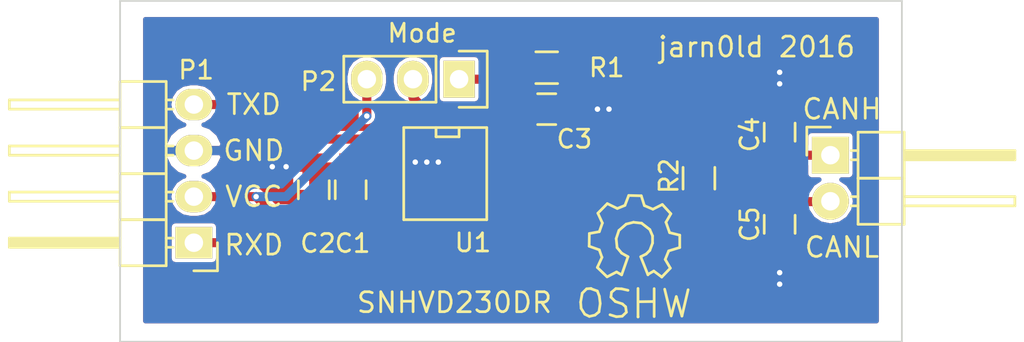
<source format=kicad_pcb>
(kicad_pcb (version 4) (host pcbnew 4.0.1-3.201512221402+6198~38~ubuntu14.04.1-stable)

  (general
    (links 22)
    (no_connects 0)
    (area 132.029999 95.072999 175.183001 113.969001)
    (thickness 1.6)
    (drawings 13)
    (tracks 62)
    (zones 0)
    (modules 12)
    (nets 10)
  )

  (page A4)
  (layers
    (0 F.Cu signal)
    (31 B.Cu signal hide)
    (32 B.Adhes user)
    (33 F.Adhes user)
    (34 B.Paste user)
    (35 F.Paste user)
    (36 B.SilkS user)
    (37 F.SilkS user)
    (38 B.Mask user)
    (39 F.Mask user)
    (40 Dwgs.User user)
    (41 Cmts.User user)
    (42 Eco1.User user)
    (43 Eco2.User user)
    (44 Edge.Cuts user)
    (45 Margin user)
    (46 B.CrtYd user)
    (47 F.CrtYd user)
    (48 B.Fab user)
    (49 F.Fab user)
  )

  (setup
    (last_trace_width 0.5)
    (trace_clearance 0.2)
    (zone_clearance 0.2)
    (zone_45_only no)
    (trace_min 0.18)
    (segment_width 0.2)
    (edge_width 0.1)
    (via_size 0.5)
    (via_drill 0.3)
    (via_min_size 0.06)
    (via_min_drill 0.03302)
    (uvia_size 0.3)
    (uvia_drill 0.1)
    (uvias_allowed no)
    (uvia_min_size 0)
    (uvia_min_drill 0)
    (pcb_text_width 0.3)
    (pcb_text_size 1.5 1.5)
    (mod_edge_width 0.15)
    (mod_text_size 1 1)
    (mod_text_width 0.15)
    (pad_size 1.5 1.5)
    (pad_drill 0.6)
    (pad_to_mask_clearance 0)
    (aux_axis_origin 109.982 118.364)
    (visible_elements FFFFFF7F)
    (pcbplotparams
      (layerselection 0x010f0_80000001)
      (usegerberextensions false)
      (excludeedgelayer true)
      (linewidth 0.100000)
      (plotframeref false)
      (viasonmask false)
      (mode 1)
      (useauxorigin false)
      (hpglpennumber 1)
      (hpglpenspeed 20)
      (hpglpendiameter 15)
      (hpglpenoverlay 2)
      (psnegative false)
      (psa4output false)
      (plotreference true)
      (plotvalue true)
      (plotinvisibletext false)
      (padsonsilk false)
      (subtractmaskfromsilk false)
      (outputformat 1)
      (mirror false)
      (drillshape 0)
      (scaleselection 1)
      (outputdirectory gerber/))
  )

  (net 0 "")
  (net 1 GND)
  (net 2 VCC)
  (net 3 "Net-(C3-Pad2)")
  (net 4 RXD)
  (net 5 TXD)
  (net 6 "Net-(P2-Pad2)")
  (net 7 "Net-(U1-Pad5)")
  (net 8 /CAN+)
  (net 9 /CAN-)

  (net_class Default "This is the default net class."
    (clearance 0.2)
    (trace_width 0.5)
    (via_dia 0.5)
    (via_drill 0.3)
    (uvia_dia 0.3)
    (uvia_drill 0.1)
    (add_net /CAN+)
    (add_net /CAN-)
    (add_net GND)
    (add_net "Net-(C3-Pad2)")
    (add_net "Net-(P2-Pad2)")
    (add_net "Net-(U1-Pad5)")
    (add_net RXD)
    (add_net TXD)
    (add_net VCC)
  )

  (module Capacitors_SMD:C_0805_HandSoldering (layer F.Cu) (tedit 56A21E20) (tstamp 569FBF00)
    (at 144.78 105.537 270)
    (descr "Capacitor SMD 0805, hand soldering")
    (tags "capacitor 0805")
    (path /569E3D08)
    (attr smd)
    (fp_text reference C1 (at 2.955496 -0.103722 360) (layer F.SilkS)
      (effects (font (size 1 1) (thickness 0.15)))
    )
    (fp_text value 100n (at 0 2.1 270) (layer F.Fab) hide
      (effects (font (size 1 1) (thickness 0.15)))
    )
    (fp_line (start -2.3 -1) (end 2.3 -1) (layer F.CrtYd) (width 0.05))
    (fp_line (start -2.3 1) (end 2.3 1) (layer F.CrtYd) (width 0.05))
    (fp_line (start -2.3 -1) (end -2.3 1) (layer F.CrtYd) (width 0.05))
    (fp_line (start 2.3 -1) (end 2.3 1) (layer F.CrtYd) (width 0.05))
    (fp_line (start 0.5 -0.85) (end -0.5 -0.85) (layer F.SilkS) (width 0.15))
    (fp_line (start -0.5 0.85) (end 0.5 0.85) (layer F.SilkS) (width 0.15))
    (pad 1 smd rect (at -1.25 0 270) (size 1.5 1.25) (layers F.Cu F.Paste F.Mask)
      (net 1 GND))
    (pad 2 smd rect (at 1.25 0 270) (size 1.5 1.25) (layers F.Cu F.Paste F.Mask)
      (net 2 VCC))
    (model Capacitors_SMD.3dshapes/C_0805_HandSoldering.wrl
      (at (xyz 0 0 0))
      (scale (xyz 1 1 1))
      (rotate (xyz 0 0 0))
    )
  )

  (module Capacitors_SMD:C_0805_HandSoldering (layer F.Cu) (tedit 56A0C811) (tstamp 569FBF30)
    (at 168.402 107.442 90)
    (descr "Capacitor SMD 0805, hand soldering")
    (tags "capacitor 0805")
    (path /569E4137)
    (attr smd)
    (fp_text reference C5 (at 0 -1.651 90) (layer F.SilkS)
      (effects (font (size 1 1) (thickness 0.15)))
    )
    (fp_text value C (at 0 2.1 90) (layer F.Fab)
      (effects (font (size 1 1) (thickness 0.15)))
    )
    (fp_line (start -2.3 -1) (end 2.3 -1) (layer F.CrtYd) (width 0.05))
    (fp_line (start -2.3 1) (end 2.3 1) (layer F.CrtYd) (width 0.05))
    (fp_line (start -2.3 -1) (end -2.3 1) (layer F.CrtYd) (width 0.05))
    (fp_line (start 2.3 -1) (end 2.3 1) (layer F.CrtYd) (width 0.05))
    (fp_line (start 0.5 -0.85) (end -0.5 -0.85) (layer F.SilkS) (width 0.15))
    (fp_line (start -0.5 0.85) (end 0.5 0.85) (layer F.SilkS) (width 0.15))
    (pad 1 smd rect (at -1.25 0 90) (size 1.5 1.25) (layers F.Cu F.Paste F.Mask)
      (net 1 GND))
    (pad 2 smd rect (at 1.25 0 90) (size 1.5 1.25) (layers F.Cu F.Paste F.Mask)
      (net 9 /CAN-))
    (model Capacitors_SMD.3dshapes/C_0805_HandSoldering.wrl
      (at (xyz 0 0 0))
      (scale (xyz 1 1 1))
      (rotate (xyz 0 0 0))
    )
  )

  (module Capacitors_SMD:C_0805_HandSoldering (layer F.Cu) (tedit 56A0C80E) (tstamp 569FBF24)
    (at 168.402 102.362 90)
    (descr "Capacitor SMD 0805, hand soldering")
    (tags "capacitor 0805")
    (path /569E41BC)
    (attr smd)
    (fp_text reference C4 (at -0.127 -1.651 90) (layer F.SilkS)
      (effects (font (size 1 1) (thickness 0.15)))
    )
    (fp_text value C (at 0 2.1 90) (layer F.Fab)
      (effects (font (size 1 1) (thickness 0.15)))
    )
    (fp_line (start -2.3 -1) (end 2.3 -1) (layer F.CrtYd) (width 0.05))
    (fp_line (start -2.3 1) (end 2.3 1) (layer F.CrtYd) (width 0.05))
    (fp_line (start -2.3 -1) (end -2.3 1) (layer F.CrtYd) (width 0.05))
    (fp_line (start 2.3 -1) (end 2.3 1) (layer F.CrtYd) (width 0.05))
    (fp_line (start 0.5 -0.85) (end -0.5 -0.85) (layer F.SilkS) (width 0.15))
    (fp_line (start -0.5 0.85) (end 0.5 0.85) (layer F.SilkS) (width 0.15))
    (pad 1 smd rect (at -1.25 0 90) (size 1.5 1.25) (layers F.Cu F.Paste F.Mask)
      (net 8 /CAN+))
    (pad 2 smd rect (at 1.25 0 90) (size 1.5 1.25) (layers F.Cu F.Paste F.Mask)
      (net 1 GND))
    (model Capacitors_SMD.3dshapes/C_0805_HandSoldering.wrl
      (at (xyz 0 0 0))
      (scale (xyz 1 1 1))
      (rotate (xyz 0 0 0))
    )
  )

  (module Pin_Headers:Pin_Header_Angled_1x02 (layer F.Cu) (tedit 56A21E15) (tstamp 569FBF9C)
    (at 171.196 103.632)
    (descr "Through hole pin header")
    (tags "pin header")
    (path /569E354A)
    (fp_text reference P3 (at 2.032 1.27 90) (layer F.SilkS) hide
      (effects (font (size 1 1) (thickness 0.15)))
    )
    (fp_text value CONN_01X02 (at 0 -3.1) (layer F.Fab) hide
      (effects (font (size 1 1) (thickness 0.15)))
    )
    (fp_line (start -1.5 -1.75) (end -1.5 4.3) (layer F.CrtYd) (width 0.05))
    (fp_line (start 10.65 -1.75) (end 10.65 4.3) (layer F.CrtYd) (width 0.05))
    (fp_line (start -1.5 -1.75) (end 10.65 -1.75) (layer F.CrtYd) (width 0.05))
    (fp_line (start -1.5 4.3) (end 10.65 4.3) (layer F.CrtYd) (width 0.05))
    (fp_line (start -1.3 -1.55) (end -1.3 0) (layer F.SilkS) (width 0.15))
    (fp_line (start 0 -1.55) (end -1.3 -1.55) (layer F.SilkS) (width 0.15))
    (fp_line (start 4.191 -0.127) (end 10.033 -0.127) (layer F.SilkS) (width 0.15))
    (fp_line (start 10.033 -0.127) (end 10.033 0.127) (layer F.SilkS) (width 0.15))
    (fp_line (start 10.033 0.127) (end 4.191 0.127) (layer F.SilkS) (width 0.15))
    (fp_line (start 4.191 0.127) (end 4.191 0) (layer F.SilkS) (width 0.15))
    (fp_line (start 4.191 0) (end 10.033 0) (layer F.SilkS) (width 0.15))
    (fp_line (start 1.524 -0.254) (end 1.143 -0.254) (layer F.SilkS) (width 0.15))
    (fp_line (start 1.524 0.254) (end 1.143 0.254) (layer F.SilkS) (width 0.15))
    (fp_line (start 1.524 2.286) (end 1.143 2.286) (layer F.SilkS) (width 0.15))
    (fp_line (start 1.524 2.794) (end 1.143 2.794) (layer F.SilkS) (width 0.15))
    (fp_line (start 1.524 -1.27) (end 4.064 -1.27) (layer F.SilkS) (width 0.15))
    (fp_line (start 1.524 1.27) (end 4.064 1.27) (layer F.SilkS) (width 0.15))
    (fp_line (start 1.524 1.27) (end 1.524 3.81) (layer F.SilkS) (width 0.15))
    (fp_line (start 1.524 3.81) (end 4.064 3.81) (layer F.SilkS) (width 0.15))
    (fp_line (start 4.064 2.286) (end 10.16 2.286) (layer F.SilkS) (width 0.15))
    (fp_line (start 10.16 2.286) (end 10.16 2.794) (layer F.SilkS) (width 0.15))
    (fp_line (start 10.16 2.794) (end 4.064 2.794) (layer F.SilkS) (width 0.15))
    (fp_line (start 4.064 3.81) (end 4.064 1.27) (layer F.SilkS) (width 0.15))
    (fp_line (start 4.064 1.27) (end 4.064 -1.27) (layer F.SilkS) (width 0.15))
    (fp_line (start 10.16 0.254) (end 4.064 0.254) (layer F.SilkS) (width 0.15))
    (fp_line (start 10.16 -0.254) (end 10.16 0.254) (layer F.SilkS) (width 0.15))
    (fp_line (start 4.064 -0.254) (end 10.16 -0.254) (layer F.SilkS) (width 0.15))
    (fp_line (start 1.524 1.27) (end 4.064 1.27) (layer F.SilkS) (width 0.15))
    (fp_line (start 1.524 -1.27) (end 1.524 1.27) (layer F.SilkS) (width 0.15))
    (pad 1 thru_hole rect (at 0 0) (size 2.032 2.032) (drill 1.016) (layers *.Cu *.Mask F.SilkS)
      (net 8 /CAN+))
    (pad 2 thru_hole oval (at 0 2.54) (size 2.032 2.032) (drill 1.016) (layers *.Cu *.Mask F.SilkS)
      (net 9 /CAN-))
    (model Pin_Headers.3dshapes/Pin_Header_Angled_1x02.wrl
      (at (xyz 0 -0.05 0))
      (scale (xyz 1 1 1))
      (rotate (xyz 0 0 90))
    )
  )

  (module Resistors_SMD:R_0805_HandSoldering (layer F.Cu) (tedit 56A0C80C) (tstamp 569FBFB4)
    (at 163.957 104.902 270)
    (descr "Resistor SMD 0805, hand soldering")
    (tags "resistor 0805")
    (path /569E3BE2)
    (attr smd)
    (fp_text reference R2 (at -0.127 1.651 270) (layer F.SilkS)
      (effects (font (size 1 1) (thickness 0.15)))
    )
    (fp_text value 120 (at 0 2.1 270) (layer F.Fab) hide
      (effects (font (size 1 1) (thickness 0.15)))
    )
    (fp_line (start -2.4 -1) (end 2.4 -1) (layer F.CrtYd) (width 0.05))
    (fp_line (start -2.4 1) (end 2.4 1) (layer F.CrtYd) (width 0.05))
    (fp_line (start -2.4 -1) (end -2.4 1) (layer F.CrtYd) (width 0.05))
    (fp_line (start 2.4 -1) (end 2.4 1) (layer F.CrtYd) (width 0.05))
    (fp_line (start 0.6 0.875) (end -0.6 0.875) (layer F.SilkS) (width 0.15))
    (fp_line (start -0.6 -0.875) (end 0.6 -0.875) (layer F.SilkS) (width 0.15))
    (pad 1 smd rect (at -1.35 0 270) (size 1.5 1.3) (layers F.Cu F.Paste F.Mask)
      (net 8 /CAN+))
    (pad 2 smd rect (at 1.35 0 270) (size 1.5 1.3) (layers F.Cu F.Paste F.Mask)
      (net 9 /CAN-))
    (model Resistors_SMD.3dshapes/R_0805_HandSoldering.wrl
      (at (xyz 0 0 0))
      (scale (xyz 1 1 1))
      (rotate (xyz 0 0 0))
    )
  )

  (module SMD_Packages:SOIC-8-N (layer F.Cu) (tedit 56A22164) (tstamp 569FBFC7)
    (at 149.987 104.648 270)
    (descr "Module Narrow CMS SOJ 8 pins large")
    (tags "CMS SOJ")
    (path /569E3431)
    (attr smd)
    (fp_text reference U1 (at 3.81 -1.524 360) (layer F.SilkS)
      (effects (font (size 1 1) (thickness 0.15)))
    )
    (fp_text value sn65hvd230dr (at -5.842 11.811 270) (layer F.Fab) hide
      (effects (font (size 1 1) (thickness 0.15)))
    )
    (fp_line (start -2.54 -2.286) (end 2.54 -2.286) (layer F.SilkS) (width 0.15))
    (fp_line (start 2.54 -2.286) (end 2.54 2.286) (layer F.SilkS) (width 0.15))
    (fp_line (start 2.54 2.286) (end -2.54 2.286) (layer F.SilkS) (width 0.15))
    (fp_line (start -2.54 2.286) (end -2.54 -2.286) (layer F.SilkS) (width 0.15))
    (fp_line (start -2.54 -0.762) (end -2.032 -0.762) (layer F.SilkS) (width 0.15))
    (fp_line (start -2.032 -0.762) (end -2.032 0.508) (layer F.SilkS) (width 0.15))
    (fp_line (start -2.032 0.508) (end -2.54 0.508) (layer F.SilkS) (width 0.15))
    (pad 8 smd rect (at -1.905 -3.175 270) (size 0.508 1.143) (layers F.Cu F.Paste F.Mask)
      (net 6 "Net-(P2-Pad2)"))
    (pad 7 smd rect (at -0.635 -3.175 270) (size 0.508 1.143) (layers F.Cu F.Paste F.Mask)
      (net 8 /CAN+))
    (pad 6 smd rect (at 0.635 -3.175 270) (size 0.508 1.143) (layers F.Cu F.Paste F.Mask)
      (net 9 /CAN-))
    (pad 5 smd rect (at 1.905 -3.175 270) (size 0.508 1.143) (layers F.Cu F.Paste F.Mask)
      (net 7 "Net-(U1-Pad5)"))
    (pad 4 smd rect (at 1.905 3.175 270) (size 0.508 1.143) (layers F.Cu F.Paste F.Mask)
      (net 4 RXD))
    (pad 3 smd rect (at 0.635 3.175 270) (size 0.508 1.143) (layers F.Cu F.Paste F.Mask)
      (net 2 VCC))
    (pad 2 smd rect (at -0.635 3.175 270) (size 0.508 1.143) (layers F.Cu F.Paste F.Mask)
      (net 1 GND))
    (pad 1 smd rect (at -1.905 3.175 270) (size 0.508 1.143) (layers F.Cu F.Paste F.Mask)
      (net 5 TXD))
    (model SMD_Packages.3dshapes/SOIC-8-N.wrl
      (at (xyz 0 0 0))
      (scale (xyz 0.5 0.38 0.5))
      (rotate (xyz 0 0 0))
    )
  )

  (module Pin_Headers:Pin_Header_Angled_1x04 (layer F.Cu) (tedit 56A0C81C) (tstamp 569FBF67)
    (at 136.144 108.458 180)
    (descr "Through hole pin header")
    (tags "pin header")
    (path /569E3597)
    (fp_text reference P1 (at -0.127 9.525 180) (layer F.SilkS)
      (effects (font (size 1 1) (thickness 0.15)))
    )
    (fp_text value CONN_01X02 (at 0 -3.1 180) (layer F.Fab) hide
      (effects (font (size 1 1) (thickness 0.15)))
    )
    (fp_line (start -1.5 -1.75) (end -1.5 9.4) (layer F.CrtYd) (width 0.05))
    (fp_line (start 10.65 -1.75) (end 10.65 9.4) (layer F.CrtYd) (width 0.05))
    (fp_line (start -1.5 -1.75) (end 10.65 -1.75) (layer F.CrtYd) (width 0.05))
    (fp_line (start -1.5 9.4) (end 10.65 9.4) (layer F.CrtYd) (width 0.05))
    (fp_line (start -1.3 -1.55) (end -1.3 0) (layer F.SilkS) (width 0.15))
    (fp_line (start 0 -1.55) (end -1.3 -1.55) (layer F.SilkS) (width 0.15))
    (fp_line (start 4.191 -0.127) (end 10.033 -0.127) (layer F.SilkS) (width 0.15))
    (fp_line (start 10.033 -0.127) (end 10.033 0.127) (layer F.SilkS) (width 0.15))
    (fp_line (start 10.033 0.127) (end 4.191 0.127) (layer F.SilkS) (width 0.15))
    (fp_line (start 4.191 0.127) (end 4.191 0) (layer F.SilkS) (width 0.15))
    (fp_line (start 4.191 0) (end 10.033 0) (layer F.SilkS) (width 0.15))
    (fp_line (start 1.524 -0.254) (end 1.143 -0.254) (layer F.SilkS) (width 0.15))
    (fp_line (start 1.524 0.254) (end 1.143 0.254) (layer F.SilkS) (width 0.15))
    (fp_line (start 1.524 2.286) (end 1.143 2.286) (layer F.SilkS) (width 0.15))
    (fp_line (start 1.524 2.794) (end 1.143 2.794) (layer F.SilkS) (width 0.15))
    (fp_line (start 1.524 4.826) (end 1.143 4.826) (layer F.SilkS) (width 0.15))
    (fp_line (start 1.524 5.334) (end 1.143 5.334) (layer F.SilkS) (width 0.15))
    (fp_line (start 1.524 7.874) (end 1.143 7.874) (layer F.SilkS) (width 0.15))
    (fp_line (start 1.524 7.366) (end 1.143 7.366) (layer F.SilkS) (width 0.15))
    (fp_line (start 1.524 -1.27) (end 4.064 -1.27) (layer F.SilkS) (width 0.15))
    (fp_line (start 1.524 1.27) (end 4.064 1.27) (layer F.SilkS) (width 0.15))
    (fp_line (start 1.524 1.27) (end 1.524 3.81) (layer F.SilkS) (width 0.15))
    (fp_line (start 1.524 3.81) (end 4.064 3.81) (layer F.SilkS) (width 0.15))
    (fp_line (start 4.064 2.286) (end 10.16 2.286) (layer F.SilkS) (width 0.15))
    (fp_line (start 10.16 2.286) (end 10.16 2.794) (layer F.SilkS) (width 0.15))
    (fp_line (start 10.16 2.794) (end 4.064 2.794) (layer F.SilkS) (width 0.15))
    (fp_line (start 4.064 3.81) (end 4.064 1.27) (layer F.SilkS) (width 0.15))
    (fp_line (start 4.064 1.27) (end 4.064 -1.27) (layer F.SilkS) (width 0.15))
    (fp_line (start 10.16 0.254) (end 4.064 0.254) (layer F.SilkS) (width 0.15))
    (fp_line (start 10.16 -0.254) (end 10.16 0.254) (layer F.SilkS) (width 0.15))
    (fp_line (start 4.064 -0.254) (end 10.16 -0.254) (layer F.SilkS) (width 0.15))
    (fp_line (start 1.524 1.27) (end 4.064 1.27) (layer F.SilkS) (width 0.15))
    (fp_line (start 1.524 -1.27) (end 1.524 1.27) (layer F.SilkS) (width 0.15))
    (fp_line (start 1.524 6.35) (end 4.064 6.35) (layer F.SilkS) (width 0.15))
    (fp_line (start 1.524 6.35) (end 1.524 8.89) (layer F.SilkS) (width 0.15))
    (fp_line (start 1.524 8.89) (end 4.064 8.89) (layer F.SilkS) (width 0.15))
    (fp_line (start 4.064 7.366) (end 10.16 7.366) (layer F.SilkS) (width 0.15))
    (fp_line (start 10.16 7.366) (end 10.16 7.874) (layer F.SilkS) (width 0.15))
    (fp_line (start 10.16 7.874) (end 4.064 7.874) (layer F.SilkS) (width 0.15))
    (fp_line (start 4.064 8.89) (end 4.064 6.35) (layer F.SilkS) (width 0.15))
    (fp_line (start 4.064 6.35) (end 4.064 3.81) (layer F.SilkS) (width 0.15))
    (fp_line (start 10.16 5.334) (end 4.064 5.334) (layer F.SilkS) (width 0.15))
    (fp_line (start 10.16 4.826) (end 10.16 5.334) (layer F.SilkS) (width 0.15))
    (fp_line (start 4.064 4.826) (end 10.16 4.826) (layer F.SilkS) (width 0.15))
    (fp_line (start 1.524 6.35) (end 4.064 6.35) (layer F.SilkS) (width 0.15))
    (fp_line (start 1.524 3.81) (end 1.524 6.35) (layer F.SilkS) (width 0.15))
    (fp_line (start 1.524 3.81) (end 4.064 3.81) (layer F.SilkS) (width 0.15))
    (pad 1 thru_hole rect (at 0 0 180) (size 2.032 1.7272) (drill 1.016) (layers *.Cu *.Mask F.SilkS)
      (net 4 RXD))
    (pad 2 thru_hole oval (at 0 2.54 180) (size 2.032 1.7272) (drill 1.016) (layers *.Cu *.Mask F.SilkS)
      (net 2 VCC))
    (pad 3 thru_hole oval (at 0 5.08 180) (size 2.032 1.7272) (drill 1.016) (layers *.Cu *.Mask F.SilkS)
      (net 1 GND))
    (pad 4 thru_hole oval (at 0 7.62 180) (size 2.032 1.7272) (drill 1.016) (layers *.Cu *.Mask F.SilkS)
      (net 5 TXD))
    (model Pin_Headers.3dshapes/Pin_Header_Angled_1x04.wrl
      (at (xyz 0 -0.15 0))
      (scale (xyz 1 1 1))
      (rotate (xyz 0 0 90))
    )
  )

  (module Capacitors_SMD:C_0805_HandSoldering (layer F.Cu) (tedit 56A21E27) (tstamp 569FBF0C)
    (at 142.748 105.537 270)
    (descr "Capacitor SMD 0805, hand soldering")
    (tags "capacitor 0805")
    (path /569E3DD3)
    (attr smd)
    (fp_text reference C2 (at 2.955496 -0.230722 360) (layer F.SilkS)
      (effects (font (size 1 1) (thickness 0.15)))
    )
    (fp_text value 10u (at 0 2.1 270) (layer F.Fab) hide
      (effects (font (size 1 1) (thickness 0.15)))
    )
    (fp_line (start -2.3 -1) (end 2.3 -1) (layer F.CrtYd) (width 0.05))
    (fp_line (start -2.3 1) (end 2.3 1) (layer F.CrtYd) (width 0.05))
    (fp_line (start -2.3 -1) (end -2.3 1) (layer F.CrtYd) (width 0.05))
    (fp_line (start 2.3 -1) (end 2.3 1) (layer F.CrtYd) (width 0.05))
    (fp_line (start 0.5 -0.85) (end -0.5 -0.85) (layer F.SilkS) (width 0.15))
    (fp_line (start -0.5 0.85) (end 0.5 0.85) (layer F.SilkS) (width 0.15))
    (pad 1 smd rect (at -1.25 0 270) (size 1.5 1.25) (layers F.Cu F.Paste F.Mask)
      (net 1 GND))
    (pad 2 smd rect (at 1.25 0 270) (size 1.5 1.25) (layers F.Cu F.Paste F.Mask)
      (net 2 VCC))
    (model Capacitors_SMD.3dshapes/C_0805_HandSoldering.wrl
      (at (xyz 0 0 0))
      (scale (xyz 1 1 1))
      (rotate (xyz 0 0 0))
    )
  )

  (module Capacitors_SMD:C_0805_HandSoldering (layer F.Cu) (tedit 56A0C7FD) (tstamp 569FBF18)
    (at 155.575 101.092 180)
    (descr "Capacitor SMD 0805, hand soldering")
    (tags "capacitor 0805")
    (path /569E3ED9)
    (attr smd)
    (fp_text reference C3 (at -1.524 -1.651 180) (layer F.SilkS)
      (effects (font (size 1 1) (thickness 0.15)))
    )
    (fp_text value C (at -5.969 2.159 180) (layer F.Fab) hide
      (effects (font (size 1 1) (thickness 0.15)))
    )
    (fp_line (start -2.3 -1) (end 2.3 -1) (layer F.CrtYd) (width 0.05))
    (fp_line (start -2.3 1) (end 2.3 1) (layer F.CrtYd) (width 0.05))
    (fp_line (start -2.3 -1) (end -2.3 1) (layer F.CrtYd) (width 0.05))
    (fp_line (start 2.3 -1) (end 2.3 1) (layer F.CrtYd) (width 0.05))
    (fp_line (start 0.5 -0.85) (end -0.5 -0.85) (layer F.SilkS) (width 0.15))
    (fp_line (start -0.5 0.85) (end 0.5 0.85) (layer F.SilkS) (width 0.15))
    (pad 1 smd rect (at -1.25 0 180) (size 1.5 1.25) (layers F.Cu F.Paste F.Mask)
      (net 1 GND))
    (pad 2 smd rect (at 1.25 0 180) (size 1.5 1.25) (layers F.Cu F.Paste F.Mask)
      (net 3 "Net-(C3-Pad2)"))
    (model Capacitors_SMD.3dshapes/C_0805_HandSoldering.wrl
      (at (xyz 0 0 0))
      (scale (xyz 1 1 1))
      (rotate (xyz 0 0 0))
    )
  )

  (module Pin_Headers:Pin_Header_Straight_1x03 (layer F.Cu) (tedit 56A21F43) (tstamp 569FBF79)
    (at 150.749 99.441 270)
    (descr "Through hole pin header")
    (tags "pin header")
    (path /569E49DC)
    (fp_text reference P2 (at 0.127 7.747 360) (layer F.SilkS)
      (effects (font (size 1 1) (thickness 0.15)))
    )
    (fp_text value Mode (at -2.54 2.032 360) (layer F.SilkS)
      (effects (font (size 1 1) (thickness 0.15)))
    )
    (fp_line (start -1.75 -1.75) (end -1.75 6.85) (layer F.CrtYd) (width 0.05))
    (fp_line (start 1.75 -1.75) (end 1.75 6.85) (layer F.CrtYd) (width 0.05))
    (fp_line (start -1.75 -1.75) (end 1.75 -1.75) (layer F.CrtYd) (width 0.05))
    (fp_line (start -1.75 6.85) (end 1.75 6.85) (layer F.CrtYd) (width 0.05))
    (fp_line (start -1.27 1.27) (end -1.27 6.35) (layer F.SilkS) (width 0.15))
    (fp_line (start -1.27 6.35) (end 1.27 6.35) (layer F.SilkS) (width 0.15))
    (fp_line (start 1.27 6.35) (end 1.27 1.27) (layer F.SilkS) (width 0.15))
    (fp_line (start 1.55 -1.55) (end 1.55 0) (layer F.SilkS) (width 0.15))
    (fp_line (start 1.27 1.27) (end -1.27 1.27) (layer F.SilkS) (width 0.15))
    (fp_line (start -1.55 0) (end -1.55 -1.55) (layer F.SilkS) (width 0.15))
    (fp_line (start -1.55 -1.55) (end 1.55 -1.55) (layer F.SilkS) (width 0.15))
    (pad 1 thru_hole rect (at 0 0 270) (size 2.032 1.7272) (drill 1.016) (layers *.Cu *.Mask F.SilkS)
      (net 3 "Net-(C3-Pad2)"))
    (pad 2 thru_hole oval (at 0 2.54 270) (size 2.032 1.7272) (drill 1.016) (layers *.Cu *.Mask F.SilkS)
      (net 6 "Net-(P2-Pad2)"))
    (pad 3 thru_hole oval (at 0 5.08 270) (size 2.032 1.7272) (drill 1.016) (layers *.Cu *.Mask F.SilkS)
      (net 2 VCC))
    (model Pin_Headers.3dshapes/Pin_Header_Straight_1x03.wrl
      (at (xyz 0 -0.1 0))
      (scale (xyz 1 1 1))
      (rotate (xyz 0 0 90))
    )
  )

  (module Resistors_SMD:R_0805_HandSoldering (layer F.Cu) (tedit 56A0C7FB) (tstamp 569FBFA8)
    (at 155.575 98.806)
    (descr "Resistor SMD 0805, hand soldering")
    (tags "resistor 0805")
    (path /569E3AA8)
    (attr smd)
    (fp_text reference R1 (at 3.302 0) (layer F.SilkS)
      (effects (font (size 1 1) (thickness 0.15)))
    )
    (fp_text value 10k (at 5.334 1.905) (layer F.Fab) hide
      (effects (font (size 1 1) (thickness 0.15)))
    )
    (fp_line (start -2.4 -1) (end 2.4 -1) (layer F.CrtYd) (width 0.05))
    (fp_line (start -2.4 1) (end 2.4 1) (layer F.CrtYd) (width 0.05))
    (fp_line (start -2.4 -1) (end -2.4 1) (layer F.CrtYd) (width 0.05))
    (fp_line (start 2.4 -1) (end 2.4 1) (layer F.CrtYd) (width 0.05))
    (fp_line (start 0.6 0.875) (end -0.6 0.875) (layer F.SilkS) (width 0.15))
    (fp_line (start -0.6 -0.875) (end 0.6 -0.875) (layer F.SilkS) (width 0.15))
    (pad 1 smd rect (at -1.35 0) (size 1.5 1.3) (layers F.Cu F.Paste F.Mask)
      (net 3 "Net-(C3-Pad2)"))
    (pad 2 smd rect (at 1.35 0) (size 1.5 1.3) (layers F.Cu F.Paste F.Mask)
      (net 1 GND))
    (model Resistors_SMD.3dshapes/R_0805_HandSoldering.wrl
      (at (xyz 0 0 0))
      (scale (xyz 1 1 1))
      (rotate (xyz 0 0 0))
    )
  )

  (module Symbols:Symbol_OSHW-Logo_SilkScreen (layer F.Cu) (tedit 56A2227D) (tstamp 56A220FE)
    (at 160.401 108.331)
    (descr "Symbol, OSHW-Logo, Silk Screen,")
    (tags "Symbol, OSHW-Logo, Silk Screen,")
    (fp_text reference REF** (at 0.09906 -4.38912) (layer F.SilkS) hide
      (effects (font (size 1 1) (thickness 0.15)))
    )
    (fp_text value Symbol_OSHW-Logo_SilkScreen (at 0.30988 6.56082) (layer F.Fab) hide
      (effects (font (size 1 1) (thickness 0.15)))
    )
    (fp_line (start 1.66878 2.68986) (end 2.02946 4.16052) (layer F.SilkS) (width 0.15))
    (fp_line (start 2.02946 4.16052) (end 2.30886 3.0988) (layer F.SilkS) (width 0.15))
    (fp_line (start 2.30886 3.0988) (end 2.61874 4.17068) (layer F.SilkS) (width 0.15))
    (fp_line (start 2.61874 4.17068) (end 2.9591 2.72034) (layer F.SilkS) (width 0.15))
    (fp_line (start 0.24892 3.38074) (end 1.03886 3.37058) (layer F.SilkS) (width 0.15))
    (fp_line (start 1.03886 3.37058) (end 1.04902 3.38074) (layer F.SilkS) (width 0.15))
    (fp_line (start 1.04902 3.38074) (end 1.04902 3.37058) (layer F.SilkS) (width 0.15))
    (fp_line (start 1.08966 2.65938) (end 1.08966 4.20116) (layer F.SilkS) (width 0.15))
    (fp_line (start 0.20066 2.64922) (end 0.20066 4.21894) (layer F.SilkS) (width 0.15))
    (fp_line (start 0.20066 4.21894) (end 0.21082 4.20878) (layer F.SilkS) (width 0.15))
    (fp_line (start -0.35052 2.75082) (end -0.70104 2.66954) (layer F.SilkS) (width 0.15))
    (fp_line (start -0.70104 2.66954) (end -1.02108 2.65938) (layer F.SilkS) (width 0.15))
    (fp_line (start -1.02108 2.65938) (end -1.25984 2.86004) (layer F.SilkS) (width 0.15))
    (fp_line (start -1.25984 2.86004) (end -1.29032 3.12928) (layer F.SilkS) (width 0.15))
    (fp_line (start -1.29032 3.12928) (end -1.04902 3.37058) (layer F.SilkS) (width 0.15))
    (fp_line (start -1.04902 3.37058) (end -0.6604 3.50012) (layer F.SilkS) (width 0.15))
    (fp_line (start -0.6604 3.50012) (end -0.48006 3.66014) (layer F.SilkS) (width 0.15))
    (fp_line (start -0.48006 3.66014) (end -0.43942 3.95986) (layer F.SilkS) (width 0.15))
    (fp_line (start -0.43942 3.95986) (end -0.67056 4.18084) (layer F.SilkS) (width 0.15))
    (fp_line (start -0.67056 4.18084) (end -0.9906 4.20878) (layer F.SilkS) (width 0.15))
    (fp_line (start -0.9906 4.20878) (end -1.34112 4.09956) (layer F.SilkS) (width 0.15))
    (fp_line (start -2.37998 2.64922) (end -2.6289 2.66954) (layer F.SilkS) (width 0.15))
    (fp_line (start -2.6289 2.66954) (end -2.8702 2.91084) (layer F.SilkS) (width 0.15))
    (fp_line (start -2.8702 2.91084) (end -2.9591 3.40106) (layer F.SilkS) (width 0.15))
    (fp_line (start -2.9591 3.40106) (end -2.93116 3.74904) (layer F.SilkS) (width 0.15))
    (fp_line (start -2.93116 3.74904) (end -2.7305 4.06908) (layer F.SilkS) (width 0.15))
    (fp_line (start -2.7305 4.06908) (end -2.47904 4.191) (layer F.SilkS) (width 0.15))
    (fp_line (start -2.47904 4.191) (end -2.16916 4.11988) (layer F.SilkS) (width 0.15))
    (fp_line (start -2.16916 4.11988) (end -1.95072 3.93954) (layer F.SilkS) (width 0.15))
    (fp_line (start -1.95072 3.93954) (end -1.8796 3.4798) (layer F.SilkS) (width 0.15))
    (fp_line (start -1.8796 3.4798) (end -1.9304 3.07086) (layer F.SilkS) (width 0.15))
    (fp_line (start -1.9304 3.07086) (end -2.03962 2.78892) (layer F.SilkS) (width 0.15))
    (fp_line (start -2.03962 2.78892) (end -2.4003 2.65938) (layer F.SilkS) (width 0.15))
    (fp_line (start -1.78054 0.92964) (end -2.03962 1.49098) (layer F.SilkS) (width 0.15))
    (fp_line (start -2.03962 1.49098) (end -1.50114 2.00914) (layer F.SilkS) (width 0.15))
    (fp_line (start -1.50114 2.00914) (end -0.98044 1.7399) (layer F.SilkS) (width 0.15))
    (fp_line (start -0.98044 1.7399) (end -0.70104 1.89992) (layer F.SilkS) (width 0.15))
    (fp_line (start 0.73914 1.8796) (end 1.06934 1.6891) (layer F.SilkS) (width 0.15))
    (fp_line (start 1.06934 1.6891) (end 1.50876 2.0193) (layer F.SilkS) (width 0.15))
    (fp_line (start 1.50876 2.0193) (end 1.9812 1.52908) (layer F.SilkS) (width 0.15))
    (fp_line (start 1.9812 1.52908) (end 1.69926 1.04902) (layer F.SilkS) (width 0.15))
    (fp_line (start 1.69926 1.04902) (end 1.88976 0.57912) (layer F.SilkS) (width 0.15))
    (fp_line (start 1.88976 0.57912) (end 2.49936 0.39116) (layer F.SilkS) (width 0.15))
    (fp_line (start 2.49936 0.39116) (end 2.49936 -0.28956) (layer F.SilkS) (width 0.15))
    (fp_line (start 2.49936 -0.28956) (end 1.94056 -0.42926) (layer F.SilkS) (width 0.15))
    (fp_line (start 1.94056 -0.42926) (end 1.7399 -1.00076) (layer F.SilkS) (width 0.15))
    (fp_line (start 1.7399 -1.00076) (end 2.00914 -1.47066) (layer F.SilkS) (width 0.15))
    (fp_line (start 2.00914 -1.47066) (end 1.53924 -1.9812) (layer F.SilkS) (width 0.15))
    (fp_line (start 1.53924 -1.9812) (end 1.02108 -1.71958) (layer F.SilkS) (width 0.15))
    (fp_line (start 1.02108 -1.71958) (end 0.55118 -1.92024) (layer F.SilkS) (width 0.15))
    (fp_line (start 0.55118 -1.92024) (end 0.381 -2.46126) (layer F.SilkS) (width 0.15))
    (fp_line (start 0.381 -2.46126) (end -0.30988 -2.47904) (layer F.SilkS) (width 0.15))
    (fp_line (start -0.30988 -2.47904) (end -0.5207 -1.9304) (layer F.SilkS) (width 0.15))
    (fp_line (start -0.5207 -1.9304) (end -0.9398 -1.76022) (layer F.SilkS) (width 0.15))
    (fp_line (start -0.9398 -1.76022) (end -1.49098 -2.02946) (layer F.SilkS) (width 0.15))
    (fp_line (start -1.49098 -2.02946) (end -2.00914 -1.50114) (layer F.SilkS) (width 0.15))
    (fp_line (start -2.00914 -1.50114) (end -1.76022 -0.96012) (layer F.SilkS) (width 0.15))
    (fp_line (start -1.76022 -0.96012) (end -1.9304 -0.48006) (layer F.SilkS) (width 0.15))
    (fp_line (start -1.9304 -0.48006) (end -2.47904 -0.381) (layer F.SilkS) (width 0.15))
    (fp_line (start -2.47904 -0.381) (end -2.4892 0.32004) (layer F.SilkS) (width 0.15))
    (fp_line (start -2.4892 0.32004) (end -1.9304 0.5207) (layer F.SilkS) (width 0.15))
    (fp_line (start -1.9304 0.5207) (end -1.7907 0.91948) (layer F.SilkS) (width 0.15))
    (fp_line (start 0.35052 0.89916) (end 0.65024 0.7493) (layer F.SilkS) (width 0.15))
    (fp_line (start 0.65024 0.7493) (end 0.8509 0.55118) (layer F.SilkS) (width 0.15))
    (fp_line (start 0.8509 0.55118) (end 1.00076 0.14986) (layer F.SilkS) (width 0.15))
    (fp_line (start 1.00076 0.14986) (end 1.00076 -0.24892) (layer F.SilkS) (width 0.15))
    (fp_line (start 1.00076 -0.24892) (end 0.8509 -0.59944) (layer F.SilkS) (width 0.15))
    (fp_line (start 0.8509 -0.59944) (end 0.39878 -0.94996) (layer F.SilkS) (width 0.15))
    (fp_line (start 0.39878 -0.94996) (end -0.0508 -1.00076) (layer F.SilkS) (width 0.15))
    (fp_line (start -0.0508 -1.00076) (end -0.44958 -0.89916) (layer F.SilkS) (width 0.15))
    (fp_line (start -0.44958 -0.89916) (end -0.8509 -0.55118) (layer F.SilkS) (width 0.15))
    (fp_line (start -0.8509 -0.55118) (end -1.00076 -0.09906) (layer F.SilkS) (width 0.15))
    (fp_line (start -1.00076 -0.09906) (end -0.94996 0.39878) (layer F.SilkS) (width 0.15))
    (fp_line (start -0.94996 0.39878) (end -0.70104 0.70104) (layer F.SilkS) (width 0.15))
    (fp_line (start -0.70104 0.70104) (end -0.35052 0.89916) (layer F.SilkS) (width 0.15))
    (fp_line (start -0.35052 0.89916) (end -0.70104 1.89992) (layer F.SilkS) (width 0.15))
    (fp_line (start 0.35052 0.89916) (end 0.7493 1.89992) (layer F.SilkS) (width 0.15))
  )

  (gr_text "jarn0ld 2016" (at 167.132 97.663) (layer F.SilkS)
    (effects (font (size 1.1 1.1) (thickness 0.15)))
  )
  (gr_line (start 132.08 113.919) (end 132.08 104.648) (angle 90) (layer Edge.Cuts) (width 0.1))
  (gr_line (start 175.133 95.123) (end 175.133 113.919) (angle 90) (layer Edge.Cuts) (width 0.1))
  (gr_text SNHVD230DR (at 150.495 111.76) (layer F.SilkS)
    (effects (font (size 1.1 1.1) (thickness 0.15)))
  )
  (gr_text RXD (at 139.446 108.585) (layer F.SilkS)
    (effects (font (size 1.1 1.1) (thickness 0.15)))
  )
  (gr_text VCC (at 139.446 105.918) (layer F.SilkS)
    (effects (font (size 1.1 1.1) (thickness 0.15)))
  )
  (gr_text TXD (at 139.446 100.838) (layer F.SilkS)
    (effects (font (size 1.1 1.1) (thickness 0.15)))
  )
  (gr_text GND (at 139.446 103.378) (layer F.SilkS)
    (effects (font (size 1.1 1.1) (thickness 0.15)))
  )
  (gr_text CANL (at 171.831 108.712) (layer F.SilkS)
    (effects (font (size 1.1 1.1) (thickness 0.15)))
  )
  (gr_text CANH (at 171.831 101.092) (layer F.SilkS)
    (effects (font (size 1.1 1.1) (thickness 0.15)))
  )
  (gr_line (start 132.08 95.123) (end 132.08 104.648) (angle 90) (layer Edge.Cuts) (width 0.1))
  (gr_line (start 175.133 95.123) (end 132.08 95.123) (angle 90) (layer Edge.Cuts) (width 0.1))
  (gr_line (start 132.08 113.919) (end 175.133 113.919) (angle 90) (layer Edge.Cuts) (width 0.1))

  (segment (start 142.748 104.287) (end 141.244 104.287) (width 0.5) (layer F.Cu) (net 1))
  (via (at 140.462 104.267) (size 0.5) (drill 0.3) (layers F.Cu B.Cu) (net 1))
  (segment (start 141.224 104.267) (end 140.462 104.267) (width 0.5) (layer B.Cu) (net 1) (tstamp 56A21C49))
  (via (at 141.224 104.267) (size 0.5) (drill 0.3) (layers F.Cu B.Cu) (net 1))
  (segment (start 141.244 104.287) (end 141.224 104.267) (width 0.5) (layer F.Cu) (net 1) (tstamp 56A21C44))
  (segment (start 146.812 104.013) (end 145.054 104.013) (width 0.5) (layer F.Cu) (net 1))
  (segment (start 145.054 104.013) (end 144.78 104.287) (width 0.5) (layer F.Cu) (net 1) (tstamp 56A21B17))
  (via (at 168.402 110.109) (size 0.5) (drill 0.3) (layers F.Cu B.Cu) (net 1))
  (via (at 168.402 99.06) (size 0.5) (drill 0.3) (layers F.Cu B.Cu) (net 1))
  (segment (start 168.402 99.06) (end 168.402 99.695) (width 0.5) (layer F.Cu) (net 1) (tstamp 569FCBAB))
  (segment (start 168.402 99.695) (end 168.402 101.112) (width 0.5) (layer F.Cu) (net 1))
  (via (at 168.402 99.695) (size 0.5) (drill 0.3) (layers F.Cu B.Cu) (net 1))
  (via (at 158.369 101.092) (size 0.5) (drill 0.3) (layers F.Cu B.Cu) (net 1))
  (segment (start 158.369 101.092) (end 159.004 101.092) (width 0.5) (layer B.Cu) (net 1) (tstamp 56A0C5F5))
  (via (at 159.004 101.092) (size 0.5) (drill 0.3) (layers F.Cu B.Cu) (net 1))
  (segment (start 159.004 101.092) (end 158.369 101.092) (width 0.5) (layer F.Cu) (net 1) (tstamp 56A0C5FB))
  (via (at 148.336 104.013) (size 0.5) (drill 0.3) (layers F.Cu B.Cu) (net 1))
  (segment (start 148.971 104.013) (end 148.336 104.013) (width 0.5) (layer F.Cu) (net 1))
  (segment (start 146.812 104.013) (end 148.336 104.013) (width 0.5) (layer F.Cu) (net 1))
  (via (at 148.971 104.013) (size 0.5) (drill 0.3) (layers F.Cu B.Cu) (net 1))
  (segment (start 148.971 104.013) (end 149.606 104.013) (width 0.5) (layer F.Cu) (net 1) (tstamp 56A0C4BB))
  (via (at 149.606 104.013) (size 0.5) (drill 0.3) (layers F.Cu B.Cu) (net 1))
  (segment (start 149.606 104.013) (end 148.971 104.013) (width 0.5) (layer B.Cu) (net 1) (tstamp 56A0C4BE))
  (via (at 168.402 110.744) (size 0.5) (drill 0.3) (layers F.Cu B.Cu) (net 1))
  (segment (start 168.402 110.744) (end 168.402 110.109) (width 0.5) (layer F.Cu) (net 1) (tstamp 569FCB97))
  (segment (start 168.402 108.692) (end 168.402 110.109) (width 0.5) (layer F.Cu) (net 1))
  (segment (start 145.669 99.441) (end 145.669 101.473) (width 0.5) (layer F.Cu) (net 2))
  (via (at 139.573 105.918) (size 0.5) (drill 0.3) (layers F.Cu B.Cu) (net 2))
  (segment (start 141.224 105.918) (end 139.573 105.918) (width 0.5) (layer B.Cu) (net 2) (tstamp 56A21C06))
  (segment (start 145.669 101.473) (end 141.224 105.918) (width 0.5) (layer B.Cu) (net 2) (tstamp 56A21C05))
  (via (at 145.669 101.473) (size 0.5) (drill 0.3) (layers F.Cu B.Cu) (net 2))
  (segment (start 142.748 106.787) (end 144.78 106.787) (width 0.5) (layer F.Cu) (net 2))
  (segment (start 136.144 105.918) (end 139.573 105.918) (width 0.5) (layer F.Cu) (net 2))
  (segment (start 140.442 106.787) (end 144.78 106.787) (width 0.5) (layer F.Cu) (net 2) (tstamp 56A21B98))
  (segment (start 139.573 105.918) (end 140.442 106.787) (width 0.5) (layer F.Cu) (net 2) (tstamp 56A21B8F))
  (segment (start 144.78 106.787) (end 146.284 105.283) (width 0.5) (layer F.Cu) (net 2) (tstamp 56A21B9A))
  (segment (start 146.284 105.283) (end 146.812 105.283) (width 0.5) (layer F.Cu) (net 2) (tstamp 56A21B9B))
  (segment (start 154.325 101.092) (end 154.325 98.906) (width 0.5) (layer F.Cu) (net 3))
  (segment (start 154.325 98.906) (end 153.79 99.441) (width 0.5) (layer F.Cu) (net 3) (tstamp 56A0C60E))
  (segment (start 153.79 99.441) (end 150.749 99.441) (width 0.5) (layer F.Cu) (net 3) (tstamp 56A0C60F))
  (segment (start 136.144 108.458) (end 145.796 108.458) (width 0.5) (layer F.Cu) (net 4))
  (segment (start 146.812 107.442) (end 146.812 106.553) (width 0.5) (layer F.Cu) (net 4) (tstamp 56A21B5C))
  (segment (start 145.796 108.458) (end 146.812 107.442) (width 0.5) (layer F.Cu) (net 4) (tstamp 56A21B53))
  (segment (start 141.4145 100.838) (end 143.3195 102.743) (width 0.5) (layer F.Cu) (net 5))
  (segment (start 143.3195 102.743) (end 146.812 102.743) (width 0.5) (layer F.Cu) (net 5))
  (segment (start 136.144 100.838) (end 141.4145 100.838) (width 0.5) (layer F.Cu) (net 5))
  (segment (start 148.209 99.441) (end 148.209 100.457) (width 0.5) (layer F.Cu) (net 6))
  (segment (start 148.209 100.457) (end 150.495 102.743) (width 0.5) (layer F.Cu) (net 6) (tstamp 56A0C614))
  (segment (start 150.495 102.743) (end 153.162 102.743) (width 0.5) (layer F.Cu) (net 6) (tstamp 56A0C621))
  (segment (start 163.957 103.552) (end 168.342 103.552) (width 0.5) (layer F.Cu) (net 8))
  (segment (start 168.342 103.552) (end 168.402 103.612) (width 0.5) (layer F.Cu) (net 8) (tstamp 56A0C647))
  (segment (start 153.162 104.013) (end 163.496 104.013) (width 0.5) (layer F.Cu) (net 8))
  (segment (start 163.496 104.013) (end 163.957 103.552) (width 0.5) (layer F.Cu) (net 8) (tstamp 56A0C640))
  (segment (start 164.017 103.612) (end 163.957 103.552) (width 0.5) (layer F.Cu) (net 8) (tstamp 569FC43A))
  (segment (start 171.196 103.632) (end 168.422 103.632) (width 0.5) (layer F.Cu) (net 8))
  (segment (start 168.422 103.632) (end 168.342 103.552) (width 0.5) (layer F.Cu) (net 8) (tstamp 569FC392))
  (segment (start 163.957 106.252) (end 168.342 106.252) (width 0.5) (layer F.Cu) (net 9))
  (segment (start 168.342 106.252) (end 168.402 106.192) (width 0.5) (layer F.Cu) (net 9) (tstamp 56A0C64A))
  (segment (start 153.162 105.283) (end 162.988 105.283) (width 0.5) (layer F.Cu) (net 9))
  (segment (start 162.988 105.283) (end 163.957 106.252) (width 0.5) (layer F.Cu) (net 9) (tstamp 56A0C644))
  (segment (start 171.176 106.192) (end 171.196 106.172) (width 0.5) (layer F.Cu) (net 9) (tstamp 569FC445))
  (segment (start 168.402 106.192) (end 171.176 106.192) (width 0.5) (layer F.Cu) (net 9))

  (zone (net 1) (net_name GND) (layer F.Cu) (tstamp 56A0EE61) (hatch edge 0.508)
    (connect_pads (clearance 0.2))
    (min_thickness 0.254)
    (fill yes (arc_segments 16) (thermal_gap 0.508) (thermal_bridge_width 0.508))
    (polygon
      (pts
        (xy 173.863 112.903) (xy 133.35 112.903) (xy 133.35 96.012) (xy 173.863 96.012) (xy 173.863 112.141)
      )
    )
    (filled_polygon
      (pts
        (xy 173.736 112.776) (xy 133.477 112.776) (xy 133.477 103.018974) (xy 134.536642 103.018974) (xy 134.657783 103.251)
        (xy 136.017 103.251) (xy 136.017 103.231) (xy 136.271 103.231) (xy 136.271 103.251) (xy 137.630217 103.251)
        (xy 137.751358 103.018974) (xy 137.748709 103.003209) (xy 137.494732 102.475964) (xy 137.05832 102.086046) (xy 136.686961 101.956146)
        (xy 136.778334 101.937971) (xy 137.164592 101.679881) (xy 137.34158 101.415) (xy 141.175498 101.415) (xy 142.662499 102.902)
        (xy 142.620998 102.902) (xy 142.620998 103.060748) (xy 142.46225 102.902) (xy 141.99669 102.902) (xy 141.763301 102.998673)
        (xy 141.584673 103.177302) (xy 141.488 103.410691) (xy 141.488 104.00125) (xy 141.64675 104.16) (xy 142.621 104.16)
        (xy 142.621 104.14) (xy 142.875 104.14) (xy 142.875 104.16) (xy 144.653 104.16) (xy 144.653 104.14)
        (xy 144.907 104.14) (xy 144.907 104.16) (xy 144.927 104.16) (xy 144.927 104.414) (xy 144.907 104.414)
        (xy 144.907 105.51325) (xy 145.06575 105.672) (xy 145.078998 105.672) (xy 145.047404 105.703594) (xy 144.155 105.703594)
        (xy 144.033821 105.726395) (xy 143.922526 105.798012) (xy 143.847862 105.907286) (xy 143.821594 106.037) (xy 143.821594 106.21)
        (xy 143.706406 106.21) (xy 143.706406 106.037) (xy 143.683605 105.915821) (xy 143.611988 105.804526) (xy 143.502714 105.729862)
        (xy 143.373 105.703594) (xy 142.123 105.703594) (xy 142.001821 105.726395) (xy 141.890526 105.798012) (xy 141.815862 105.907286)
        (xy 141.789594 106.037) (xy 141.789594 106.21) (xy 140.681001 106.21) (xy 139.981001 105.509999) (xy 139.980998 105.509997)
        (xy 139.900271 105.429129) (xy 139.688276 105.3411) (xy 139.573003 105.341) (xy 139.573 105.340999) (xy 139.572997 105.341)
        (xy 139.458731 105.3409) (xy 139.458489 105.341) (xy 137.34158 105.341) (xy 137.164592 105.076119) (xy 136.778334 104.818029)
        (xy 136.686961 104.799854) (xy 137.05832 104.669954) (xy 137.167114 104.57275) (xy 141.488 104.57275) (xy 141.488 105.163309)
        (xy 141.584673 105.396698) (xy 141.763301 105.575327) (xy 141.99669 105.672) (xy 142.46225 105.672) (xy 142.621 105.51325)
        (xy 142.621 104.414) (xy 142.875 104.414) (xy 142.875 105.51325) (xy 143.03375 105.672) (xy 143.49931 105.672)
        (xy 143.732699 105.575327) (xy 143.764 105.544026) (xy 143.795301 105.575327) (xy 144.02869 105.672) (xy 144.49425 105.672)
        (xy 144.653 105.51325) (xy 144.653 104.414) (xy 142.875 104.414) (xy 142.621 104.414) (xy 141.64675 104.414)
        (xy 141.488 104.57275) (xy 137.167114 104.57275) (xy 137.494732 104.280036) (xy 137.748709 103.752791) (xy 137.751358 103.737026)
        (xy 137.630217 103.505) (xy 136.271 103.505) (xy 136.271 103.525) (xy 136.017 103.525) (xy 136.017 103.505)
        (xy 134.657783 103.505) (xy 134.536642 103.737026) (xy 134.539291 103.752791) (xy 134.793268 104.280036) (xy 135.22968 104.669954)
        (xy 135.601039 104.799854) (xy 135.509666 104.818029) (xy 135.123408 105.076119) (xy 134.865318 105.462377) (xy 134.774689 105.918)
        (xy 134.865318 106.373623) (xy 135.123408 106.759881) (xy 135.509666 107.017971) (xy 135.965289 107.1086) (xy 136.322711 107.1086)
        (xy 136.778334 107.017971) (xy 137.164592 106.759881) (xy 137.34158 106.495) (xy 139.333998 106.495) (xy 140.033997 107.194998)
        (xy 140.033999 107.195001) (xy 140.132766 107.260994) (xy 140.221192 107.320078) (xy 140.442 107.364001) (xy 140.442005 107.364)
        (xy 141.789594 107.364) (xy 141.789594 107.537) (xy 141.812395 107.658179) (xy 141.884012 107.769474) (xy 141.993286 107.844138)
        (xy 142.123 107.870406) (xy 143.373 107.870406) (xy 143.494179 107.847605) (xy 143.605474 107.775988) (xy 143.680138 107.666714)
        (xy 143.706406 107.537) (xy 143.706406 107.364) (xy 143.821594 107.364) (xy 143.821594 107.537) (xy 143.844395 107.658179)
        (xy 143.916012 107.769474) (xy 144.025286 107.844138) (xy 144.155 107.870406) (xy 145.405 107.870406) (xy 145.526179 107.847605)
        (xy 145.637474 107.775988) (xy 145.712138 107.666714) (xy 145.738406 107.537) (xy 145.738406 106.644596) (xy 145.907094 106.475908)
        (xy 145.907094 106.807) (xy 145.929895 106.928179) (xy 146.001512 107.039474) (xy 146.110786 107.114138) (xy 146.235 107.139292)
        (xy 146.235 107.202998) (xy 145.556998 107.881) (xy 137.493406 107.881) (xy 137.493406 107.5944) (xy 137.470605 107.473221)
        (xy 137.398988 107.361926) (xy 137.289714 107.287262) (xy 137.16 107.260994) (xy 135.128 107.260994) (xy 135.006821 107.283795)
        (xy 134.895526 107.355412) (xy 134.820862 107.464686) (xy 134.794594 107.5944) (xy 134.794594 109.3216) (xy 134.817395 109.442779)
        (xy 134.889012 109.554074) (xy 134.998286 109.628738) (xy 135.128 109.655006) (xy 137.16 109.655006) (xy 137.281179 109.632205)
        (xy 137.392474 109.560588) (xy 137.467138 109.451314) (xy 137.493406 109.3216) (xy 137.493406 109.035) (xy 145.795995 109.035)
        (xy 145.796 109.035001) (xy 146.016808 108.991078) (xy 146.036754 108.97775) (xy 167.142 108.97775) (xy 167.142 109.568309)
        (xy 167.238673 109.801698) (xy 167.417301 109.980327) (xy 167.65069 110.077) (xy 168.11625 110.077) (xy 168.275 109.91825)
        (xy 168.275 108.819) (xy 168.529 108.819) (xy 168.529 109.91825) (xy 168.68775 110.077) (xy 169.15331 110.077)
        (xy 169.386699 109.980327) (xy 169.565327 109.801698) (xy 169.662 109.568309) (xy 169.662 108.97775) (xy 169.50325 108.819)
        (xy 168.529 108.819) (xy 168.275 108.819) (xy 167.30075 108.819) (xy 167.142 108.97775) (xy 146.036754 108.97775)
        (xy 146.204001 108.866001) (xy 147.220001 107.850001) (xy 147.242925 107.815691) (xy 167.142 107.815691) (xy 167.142 108.40625)
        (xy 167.30075 108.565) (xy 168.275 108.565) (xy 168.275 107.46575) (xy 168.529 107.46575) (xy 168.529 108.565)
        (xy 169.50325 108.565) (xy 169.662 108.40625) (xy 169.662 107.815691) (xy 169.565327 107.582302) (xy 169.386699 107.403673)
        (xy 169.15331 107.307) (xy 168.68775 107.307) (xy 168.529 107.46575) (xy 168.275 107.46575) (xy 168.11625 107.307)
        (xy 167.65069 107.307) (xy 167.417301 107.403673) (xy 167.238673 107.582302) (xy 167.142 107.815691) (xy 147.242925 107.815691)
        (xy 147.345078 107.662808) (xy 147.389001 107.442) (xy 147.389 107.441995) (xy 147.389 107.139371) (xy 147.504679 107.117605)
        (xy 147.615974 107.045988) (xy 147.690638 106.936714) (xy 147.716906 106.807) (xy 147.716906 106.299) (xy 152.257094 106.299)
        (xy 152.257094 106.807) (xy 152.279895 106.928179) (xy 152.351512 107.039474) (xy 152.460786 107.114138) (xy 152.5905 107.140406)
        (xy 153.7335 107.140406) (xy 153.854679 107.117605) (xy 153.965974 107.045988) (xy 154.040638 106.936714) (xy 154.066906 106.807)
        (xy 154.066906 106.299) (xy 154.044105 106.177821) (xy 153.972488 106.066526) (xy 153.863214 105.991862) (xy 153.7335 105.965594)
        (xy 152.5905 105.965594) (xy 152.469321 105.988395) (xy 152.358026 106.060012) (xy 152.283362 106.169286) (xy 152.257094 106.299)
        (xy 147.716906 106.299) (xy 147.694105 106.177821) (xy 147.622488 106.066526) (xy 147.513214 105.991862) (xy 147.3835 105.965594)
        (xy 146.417407 105.965594) (xy 146.512595 105.870406) (xy 147.3835 105.870406) (xy 147.504679 105.847605) (xy 147.615974 105.775988)
        (xy 147.690638 105.666714) (xy 147.716906 105.537) (xy 147.716906 105.029) (xy 147.694105 104.907821) (xy 147.652363 104.842953)
        (xy 147.743199 104.805327) (xy 147.921827 104.626698) (xy 148.0185 104.393309) (xy 148.0185 104.29875) (xy 147.85975 104.14)
        (xy 146.939 104.14) (xy 146.939 104.16) (xy 146.685 104.16) (xy 146.685 104.14) (xy 146.665 104.14)
        (xy 146.665 103.886) (xy 146.685 103.886) (xy 146.685 103.866) (xy 146.939 103.866) (xy 146.939 103.886)
        (xy 147.85975 103.886) (xy 147.98675 103.759) (xy 152.257094 103.759) (xy 152.257094 104.267) (xy 152.279895 104.388179)
        (xy 152.351512 104.499474) (xy 152.460786 104.574138) (xy 152.5905 104.600406) (xy 153.7335 104.600406) (xy 153.788804 104.59)
        (xy 163.149277 104.59) (xy 163.177286 104.609138) (xy 163.307 104.635406) (xy 164.607 104.635406) (xy 164.728179 104.612605)
        (xy 164.839474 104.540988) (xy 164.914138 104.431714) (xy 164.940406 104.302) (xy 164.940406 104.129) (xy 167.443594 104.129)
        (xy 167.443594 104.362) (xy 167.466395 104.483179) (xy 167.538012 104.594474) (xy 167.647286 104.669138) (xy 167.777 104.695406)
        (xy 169.027 104.695406) (xy 169.148179 104.672605) (xy 169.259474 104.600988) (xy 169.334138 104.491714) (xy 169.360406 104.362)
        (xy 169.360406 104.209) (xy 169.846594 104.209) (xy 169.846594 104.648) (xy 169.869395 104.769179) (xy 169.941012 104.880474)
        (xy 170.050286 104.955138) (xy 170.18 104.981406) (xy 170.580651 104.981406) (xy 170.220045 105.222356) (xy 169.957688 105.615)
        (xy 169.360406 105.615) (xy 169.360406 105.442) (xy 169.337605 105.320821) (xy 169.265988 105.209526) (xy 169.156714 105.134862)
        (xy 169.027 105.108594) (xy 167.777 105.108594) (xy 167.655821 105.131395) (xy 167.544526 105.203012) (xy 167.469862 105.312286)
        (xy 167.443594 105.442) (xy 167.443594 105.675) (xy 164.940406 105.675) (xy 164.940406 105.502) (xy 164.917605 105.380821)
        (xy 164.845988 105.269526) (xy 164.736714 105.194862) (xy 164.607 105.168594) (xy 163.689596 105.168594) (xy 163.396001 104.874999)
        (xy 163.208808 104.749922) (xy 162.988 104.705999) (xy 162.987995 104.706) (xy 153.784886 104.706) (xy 153.7335 104.695594)
        (xy 152.5905 104.695594) (xy 152.469321 104.718395) (xy 152.358026 104.790012) (xy 152.283362 104.899286) (xy 152.257094 105.029)
        (xy 152.257094 105.537) (xy 152.279895 105.658179) (xy 152.351512 105.769474) (xy 152.460786 105.844138) (xy 152.5905 105.870406)
        (xy 153.7335 105.870406) (xy 153.788804 105.86) (xy 162.748998 105.86) (xy 162.973594 106.084596) (xy 162.973594 107.002)
        (xy 162.996395 107.123179) (xy 163.068012 107.234474) (xy 163.177286 107.309138) (xy 163.307 107.335406) (xy 164.607 107.335406)
        (xy 164.728179 107.312605) (xy 164.839474 107.240988) (xy 164.914138 107.131714) (xy 164.940406 107.002) (xy 164.940406 106.829)
        (xy 167.443594 106.829) (xy 167.443594 106.942) (xy 167.466395 107.063179) (xy 167.538012 107.174474) (xy 167.647286 107.249138)
        (xy 167.777 107.275406) (xy 169.027 107.275406) (xy 169.148179 107.252605) (xy 169.259474 107.180988) (xy 169.334138 107.071714)
        (xy 169.360406 106.942) (xy 169.360406 106.769) (xy 169.984415 106.769) (xy 170.220045 107.121644) (xy 170.655745 107.41277)
        (xy 171.169689 107.515) (xy 171.222311 107.515) (xy 171.736255 107.41277) (xy 172.171955 107.121644) (xy 172.463081 106.685944)
        (xy 172.565311 106.172) (xy 172.463081 105.658056) (xy 172.171955 105.222356) (xy 171.811349 104.981406) (xy 172.212 104.981406)
        (xy 172.333179 104.958605) (xy 172.444474 104.886988) (xy 172.519138 104.777714) (xy 172.545406 104.648) (xy 172.545406 102.616)
        (xy 172.522605 102.494821) (xy 172.450988 102.383526) (xy 172.341714 102.308862) (xy 172.212 102.282594) (xy 170.18 102.282594)
        (xy 170.058821 102.305395) (xy 169.947526 102.377012) (xy 169.872862 102.486286) (xy 169.846594 102.616) (xy 169.846594 103.055)
        (xy 169.360406 103.055) (xy 169.360406 102.862) (xy 169.337605 102.740821) (xy 169.265988 102.629526) (xy 169.156714 102.554862)
        (xy 169.027 102.528594) (xy 167.777 102.528594) (xy 167.655821 102.551395) (xy 167.544526 102.623012) (xy 167.469862 102.732286)
        (xy 167.443594 102.862) (xy 167.443594 102.975) (xy 164.940406 102.975) (xy 164.940406 102.802) (xy 164.917605 102.680821)
        (xy 164.845988 102.569526) (xy 164.736714 102.494862) (xy 164.607 102.468594) (xy 163.307 102.468594) (xy 163.185821 102.491395)
        (xy 163.074526 102.563012) (xy 162.999862 102.672286) (xy 162.973594 102.802) (xy 162.973594 103.436) (xy 153.784886 103.436)
        (xy 153.7335 103.425594) (xy 152.5905 103.425594) (xy 152.469321 103.448395) (xy 152.358026 103.520012) (xy 152.283362 103.629286)
        (xy 152.257094 103.759) (xy 147.98675 103.759) (xy 148.0185 103.72725) (xy 148.0185 103.632691) (xy 147.921827 103.399302)
        (xy 147.743199 103.220673) (xy 147.652195 103.182978) (xy 147.690638 103.126714) (xy 147.716906 102.997) (xy 147.716906 102.489)
        (xy 147.694105 102.367821) (xy 147.622488 102.256526) (xy 147.513214 102.181862) (xy 147.3835 102.155594) (xy 146.2405 102.155594)
        (xy 146.185196 102.166) (xy 143.558501 102.166) (xy 141.822501 100.429999) (xy 141.635308 100.304922) (xy 141.4145 100.260999)
        (xy 141.414495 100.261) (xy 137.34158 100.261) (xy 137.164592 99.996119) (xy 136.778334 99.738029) (xy 136.322711 99.6474)
        (xy 135.965289 99.6474) (xy 135.509666 99.738029) (xy 135.123408 99.996119) (xy 134.865318 100.382377) (xy 134.774689 100.838)
        (xy 134.865318 101.293623) (xy 135.123408 101.679881) (xy 135.509666 101.937971) (xy 135.601039 101.956146) (xy 135.22968 102.086046)
        (xy 134.793268 102.475964) (xy 134.539291 103.003209) (xy 134.536642 103.018974) (xy 133.477 103.018974) (xy 133.477 99.262289)
        (xy 144.4784 99.262289) (xy 144.4784 99.619711) (xy 144.569029 100.075334) (xy 144.827119 100.461592) (xy 145.092 100.63858)
        (xy 145.092 101.472497) (xy 145.0919 101.587269) (xy 145.179558 101.799417) (xy 145.260997 101.880998) (xy 145.260999 101.881001)
        (xy 145.261002 101.881003) (xy 145.341729 101.961871) (xy 145.553724 102.0499) (xy 145.783269 102.0501) (xy 145.995417 101.962442)
        (xy 146.076998 101.881003) (xy 146.077001 101.881001) (xy 146.077003 101.880998) (xy 146.157871 101.800271) (xy 146.2459 101.588276)
        (xy 146.2461 101.358731) (xy 146.246 101.358489) (xy 146.246 100.63858) (xy 146.510881 100.461592) (xy 146.768971 100.075334)
        (xy 146.8596 99.619711) (xy 146.8596 99.262289) (xy 147.0184 99.262289) (xy 147.0184 99.619711) (xy 147.109029 100.075334)
        (xy 147.367119 100.461592) (xy 147.673655 100.666414) (xy 147.675922 100.677808) (xy 147.800999 100.865001) (xy 150.086997 103.150998)
        (xy 150.086999 103.151001) (xy 150.23666 103.251) (xy 150.274192 103.276078) (xy 150.495 103.32) (xy 152.539114 103.32)
        (xy 152.5905 103.330406) (xy 153.7335 103.330406) (xy 153.854679 103.307605) (xy 153.965974 103.235988) (xy 154.040638 103.126714)
        (xy 154.066906 102.997) (xy 154.066906 102.489) (xy 154.044105 102.367821) (xy 153.972488 102.256526) (xy 153.863214 102.181862)
        (xy 153.7335 102.155594) (xy 152.5905 102.155594) (xy 152.535196 102.166) (xy 150.734001 102.166) (xy 149.03812 100.470118)
        (xy 149.050881 100.461592) (xy 149.308971 100.075334) (xy 149.3996 99.619711) (xy 149.3996 99.262289) (xy 149.308971 98.806666)
        (xy 149.05395 98.425) (xy 149.551994 98.425) (xy 149.551994 100.457) (xy 149.574795 100.578179) (xy 149.646412 100.689474)
        (xy 149.755686 100.764138) (xy 149.8854 100.790406) (xy 151.6126 100.790406) (xy 151.733779 100.767605) (xy 151.845074 100.695988)
        (xy 151.919738 100.586714) (xy 151.946006 100.457) (xy 151.946006 100.018) (xy 153.748 100.018) (xy 153.748 100.133594)
        (xy 153.575 100.133594) (xy 153.453821 100.156395) (xy 153.342526 100.228012) (xy 153.267862 100.337286) (xy 153.241594 100.467)
        (xy 153.241594 101.717) (xy 153.264395 101.838179) (xy 153.336012 101.949474) (xy 153.445286 102.024138) (xy 153.575 102.050406)
        (xy 155.075 102.050406) (xy 155.196179 102.027605) (xy 155.307474 101.955988) (xy 155.382138 101.846714) (xy 155.408406 101.717)
        (xy 155.408406 101.37775) (xy 155.44 101.37775) (xy 155.44 101.84331) (xy 155.536673 102.076699) (xy 155.715302 102.255327)
        (xy 155.948691 102.352) (xy 156.53925 102.352) (xy 156.698 102.19325) (xy 156.698 101.219) (xy 156.952 101.219)
        (xy 156.952 102.19325) (xy 157.11075 102.352) (xy 157.701309 102.352) (xy 157.934698 102.255327) (xy 158.113327 102.076699)
        (xy 158.21 101.84331) (xy 158.21 101.39775) (xy 167.142 101.39775) (xy 167.142 101.988309) (xy 167.238673 102.221698)
        (xy 167.417301 102.400327) (xy 167.65069 102.497) (xy 168.11625 102.497) (xy 168.275 102.33825) (xy 168.275 101.239)
        (xy 168.529 101.239) (xy 168.529 102.33825) (xy 168.68775 102.497) (xy 169.15331 102.497) (xy 169.386699 102.400327)
        (xy 169.565327 102.221698) (xy 169.662 101.988309) (xy 169.662 101.39775) (xy 169.50325 101.239) (xy 168.529 101.239)
        (xy 168.275 101.239) (xy 167.30075 101.239) (xy 167.142 101.39775) (xy 158.21 101.39775) (xy 158.21 101.37775)
        (xy 158.05125 101.219) (xy 156.952 101.219) (xy 156.698 101.219) (xy 155.59875 101.219) (xy 155.44 101.37775)
        (xy 155.408406 101.37775) (xy 155.408406 100.467) (xy 155.385605 100.345821) (xy 155.382304 100.34069) (xy 155.44 100.34069)
        (xy 155.44 100.80625) (xy 155.59875 100.965) (xy 156.698 100.965) (xy 156.698 100.03225) (xy 156.7395 99.99075)
        (xy 156.952 99.99075) (xy 156.952 100.965) (xy 158.05125 100.965) (xy 158.21 100.80625) (xy 158.21 100.34069)
        (xy 158.166508 100.235691) (xy 167.142 100.235691) (xy 167.142 100.82625) (xy 167.30075 100.985) (xy 168.275 100.985)
        (xy 168.275 99.88575) (xy 168.529 99.88575) (xy 168.529 100.985) (xy 169.50325 100.985) (xy 169.662 100.82625)
        (xy 169.662 100.235691) (xy 169.565327 100.002302) (xy 169.386699 99.823673) (xy 169.15331 99.727) (xy 168.68775 99.727)
        (xy 168.529 99.88575) (xy 168.275 99.88575) (xy 168.11625 99.727) (xy 167.65069 99.727) (xy 167.417301 99.823673)
        (xy 167.238673 100.002302) (xy 167.142 100.235691) (xy 158.166508 100.235691) (xy 158.113327 100.107301) (xy 158.010412 100.004387)
        (xy 158.034698 99.994327) (xy 158.213327 99.815699) (xy 158.31 99.58231) (xy 158.31 99.09175) (xy 158.15125 98.933)
        (xy 157.052 98.933) (xy 157.052 99.89075) (xy 156.952 99.99075) (xy 156.7395 99.99075) (xy 156.798 99.93225)
        (xy 156.798 98.933) (xy 155.69875 98.933) (xy 155.54 99.09175) (xy 155.54 99.58231) (xy 155.636673 99.815699)
        (xy 155.739588 99.918613) (xy 155.715302 99.928673) (xy 155.536673 100.107301) (xy 155.44 100.34069) (xy 155.382304 100.34069)
        (xy 155.313988 100.234526) (xy 155.204714 100.159862) (xy 155.075 100.133594) (xy 154.902 100.133594) (xy 154.902 99.789406)
        (xy 154.975 99.789406) (xy 155.096179 99.766605) (xy 155.207474 99.694988) (xy 155.282138 99.585714) (xy 155.308406 99.456)
        (xy 155.308406 98.156) (xy 155.285605 98.034821) (xy 155.282304 98.02969) (xy 155.54 98.02969) (xy 155.54 98.52025)
        (xy 155.69875 98.679) (xy 156.798 98.679) (xy 156.798 97.67975) (xy 157.052 97.67975) (xy 157.052 98.679)
        (xy 158.15125 98.679) (xy 158.31 98.52025) (xy 158.31 98.02969) (xy 158.213327 97.796301) (xy 158.034698 97.617673)
        (xy 157.801309 97.521) (xy 157.21075 97.521) (xy 157.052 97.67975) (xy 156.798 97.67975) (xy 156.63925 97.521)
        (xy 156.048691 97.521) (xy 155.815302 97.617673) (xy 155.636673 97.796301) (xy 155.54 98.02969) (xy 155.282304 98.02969)
        (xy 155.213988 97.923526) (xy 155.104714 97.848862) (xy 154.975 97.822594) (xy 153.475 97.822594) (xy 153.353821 97.845395)
        (xy 153.242526 97.917012) (xy 153.167862 98.026286) (xy 153.141594 98.156) (xy 153.141594 98.864) (xy 151.946006 98.864)
        (xy 151.946006 98.425) (xy 151.923205 98.303821) (xy 151.851588 98.192526) (xy 151.742314 98.117862) (xy 151.6126 98.091594)
        (xy 149.8854 98.091594) (xy 149.764221 98.114395) (xy 149.652926 98.186012) (xy 149.578262 98.295286) (xy 149.551994 98.425)
        (xy 149.05395 98.425) (xy 149.050881 98.420408) (xy 148.664623 98.162318) (xy 148.209 98.071689) (xy 147.753377 98.162318)
        (xy 147.367119 98.420408) (xy 147.109029 98.806666) (xy 147.0184 99.262289) (xy 146.8596 99.262289) (xy 146.768971 98.806666)
        (xy 146.510881 98.420408) (xy 146.124623 98.162318) (xy 145.669 98.071689) (xy 145.213377 98.162318) (xy 144.827119 98.420408)
        (xy 144.569029 98.806666) (xy 144.4784 99.262289) (xy 133.477 99.262289) (xy 133.477 96.139) (xy 173.736 96.139)
      )
    )
  )
  (zone (net 1) (net_name GND) (layer B.Cu) (tstamp 56A0EE61) (hatch edge 0.508)
    (connect_pads (clearance 0.2))
    (min_thickness 0.254)
    (fill yes (arc_segments 16) (thermal_gap 0.508) (thermal_bridge_width 0.508))
    (polygon
      (pts
        (xy 173.863 112.903) (xy 133.35 112.903) (xy 133.35 96.012) (xy 173.863 96.012) (xy 173.863 112.141)
      )
    )
    (filled_polygon
      (pts
        (xy 173.736 112.776) (xy 133.477 112.776) (xy 133.477 107.5944) (xy 134.794594 107.5944) (xy 134.794594 109.3216)
        (xy 134.817395 109.442779) (xy 134.889012 109.554074) (xy 134.998286 109.628738) (xy 135.128 109.655006) (xy 137.16 109.655006)
        (xy 137.281179 109.632205) (xy 137.392474 109.560588) (xy 137.467138 109.451314) (xy 137.493406 109.3216) (xy 137.493406 107.5944)
        (xy 137.470605 107.473221) (xy 137.398988 107.361926) (xy 137.289714 107.287262) (xy 137.16 107.260994) (xy 135.128 107.260994)
        (xy 135.006821 107.283795) (xy 134.895526 107.355412) (xy 134.820862 107.464686) (xy 134.794594 107.5944) (xy 133.477 107.5944)
        (xy 133.477 103.737026) (xy 134.536642 103.737026) (xy 134.539291 103.752791) (xy 134.793268 104.280036) (xy 135.22968 104.669954)
        (xy 135.601039 104.799854) (xy 135.509666 104.818029) (xy 135.123408 105.076119) (xy 134.865318 105.462377) (xy 134.774689 105.918)
        (xy 134.865318 106.373623) (xy 135.123408 106.759881) (xy 135.509666 107.017971) (xy 135.965289 107.1086) (xy 136.322711 107.1086)
        (xy 136.778334 107.017971) (xy 137.164592 106.759881) (xy 137.422682 106.373623) (xy 137.490581 106.032269) (xy 138.9959 106.032269)
        (xy 139.083558 106.244417) (xy 139.164997 106.325998) (xy 139.164999 106.326001) (xy 139.165002 106.326003) (xy 139.245729 106.406871)
        (xy 139.457724 106.4949) (xy 139.687269 106.4951) (xy 139.687511 106.495) (xy 141.223995 106.495) (xy 141.224 106.495001)
        (xy 141.444808 106.451078) (xy 141.632001 106.326001) (xy 141.786001 106.172) (xy 169.826689 106.172) (xy 169.928919 106.685944)
        (xy 170.220045 107.121644) (xy 170.655745 107.41277) (xy 171.169689 107.515) (xy 171.222311 107.515) (xy 171.736255 107.41277)
        (xy 172.171955 107.121644) (xy 172.463081 106.685944) (xy 172.565311 106.172) (xy 172.463081 105.658056) (xy 172.171955 105.222356)
        (xy 171.811349 104.981406) (xy 172.212 104.981406) (xy 172.333179 104.958605) (xy 172.444474 104.886988) (xy 172.519138 104.777714)
        (xy 172.545406 104.648) (xy 172.545406 102.616) (xy 172.522605 102.494821) (xy 172.450988 102.383526) (xy 172.341714 102.308862)
        (xy 172.212 102.282594) (xy 170.18 102.282594) (xy 170.058821 102.305395) (xy 169.947526 102.377012) (xy 169.872862 102.486286)
        (xy 169.846594 102.616) (xy 169.846594 104.648) (xy 169.869395 104.769179) (xy 169.941012 104.880474) (xy 170.050286 104.955138)
        (xy 170.18 104.981406) (xy 170.580651 104.981406) (xy 170.220045 105.222356) (xy 169.928919 105.658056) (xy 169.826689 106.172)
        (xy 141.786001 106.172) (xy 146.077 101.881001) (xy 146.157871 101.800271) (xy 146.2459 101.588276) (xy 146.2461 101.358731)
        (xy 146.158442 101.146583) (xy 145.996271 100.984129) (xy 145.784276 100.8961) (xy 145.554731 100.8959) (xy 145.342583 100.983558)
        (xy 145.180129 101.145729) (xy 145.180029 101.14597) (xy 140.984998 105.341) (xy 139.573504 105.341) (xy 139.458731 105.3409)
        (xy 139.246583 105.428558) (xy 139.165002 105.509997) (xy 139.164999 105.509999) (xy 139.164997 105.510002) (xy 139.084129 105.590729)
        (xy 138.9961 105.802724) (xy 138.9959 106.032269) (xy 137.490581 106.032269) (xy 137.513311 105.918) (xy 137.422682 105.462377)
        (xy 137.164592 105.076119) (xy 136.778334 104.818029) (xy 136.686961 104.799854) (xy 137.05832 104.669954) (xy 137.494732 104.280036)
        (xy 137.748709 103.752791) (xy 137.751358 103.737026) (xy 137.630217 103.505) (xy 136.271 103.505) (xy 136.271 103.525)
        (xy 136.017 103.525) (xy 136.017 103.505) (xy 134.657783 103.505) (xy 134.536642 103.737026) (xy 133.477 103.737026)
        (xy 133.477 103.018974) (xy 134.536642 103.018974) (xy 134.657783 103.251) (xy 136.017 103.251) (xy 136.017 103.231)
        (xy 136.271 103.231) (xy 136.271 103.251) (xy 137.630217 103.251) (xy 137.751358 103.018974) (xy 137.748709 103.003209)
        (xy 137.494732 102.475964) (xy 137.05832 102.086046) (xy 136.686961 101.956146) (xy 136.778334 101.937971) (xy 137.164592 101.679881)
        (xy 137.422682 101.293623) (xy 137.513311 100.838) (xy 137.422682 100.382377) (xy 137.164592 99.996119) (xy 136.778334 99.738029)
        (xy 136.322711 99.6474) (xy 135.965289 99.6474) (xy 135.509666 99.738029) (xy 135.123408 99.996119) (xy 134.865318 100.382377)
        (xy 134.774689 100.838) (xy 134.865318 101.293623) (xy 135.123408 101.679881) (xy 135.509666 101.937971) (xy 135.601039 101.956146)
        (xy 135.22968 102.086046) (xy 134.793268 102.475964) (xy 134.539291 103.003209) (xy 134.536642 103.018974) (xy 133.477 103.018974)
        (xy 133.477 99.262289) (xy 144.4784 99.262289) (xy 144.4784 99.619711) (xy 144.569029 100.075334) (xy 144.827119 100.461592)
        (xy 145.213377 100.719682) (xy 145.669 100.810311) (xy 146.124623 100.719682) (xy 146.510881 100.461592) (xy 146.768971 100.075334)
        (xy 146.8596 99.619711) (xy 146.8596 99.262289) (xy 147.0184 99.262289) (xy 147.0184 99.619711) (xy 147.109029 100.075334)
        (xy 147.367119 100.461592) (xy 147.753377 100.719682) (xy 148.209 100.810311) (xy 148.664623 100.719682) (xy 149.050881 100.461592)
        (xy 149.308971 100.075334) (xy 149.3996 99.619711) (xy 149.3996 99.262289) (xy 149.308971 98.806666) (xy 149.05395 98.425)
        (xy 149.551994 98.425) (xy 149.551994 100.457) (xy 149.574795 100.578179) (xy 149.646412 100.689474) (xy 149.755686 100.764138)
        (xy 149.8854 100.790406) (xy 151.6126 100.790406) (xy 151.733779 100.767605) (xy 151.845074 100.695988) (xy 151.919738 100.586714)
        (xy 151.946006 100.457) (xy 151.946006 98.425) (xy 151.923205 98.303821) (xy 151.851588 98.192526) (xy 151.742314 98.117862)
        (xy 151.6126 98.091594) (xy 149.8854 98.091594) (xy 149.764221 98.114395) (xy 149.652926 98.186012) (xy 149.578262 98.295286)
        (xy 149.551994 98.425) (xy 149.05395 98.425) (xy 149.050881 98.420408) (xy 148.664623 98.162318) (xy 148.209 98.071689)
        (xy 147.753377 98.162318) (xy 147.367119 98.420408) (xy 147.109029 98.806666) (xy 147.0184 99.262289) (xy 146.8596 99.262289)
        (xy 146.768971 98.806666) (xy 146.510881 98.420408) (xy 146.124623 98.162318) (xy 145.669 98.071689) (xy 145.213377 98.162318)
        (xy 144.827119 98.420408) (xy 144.569029 98.806666) (xy 144.4784 99.262289) (xy 133.477 99.262289) (xy 133.477 96.139)
        (xy 173.736 96.139)
      )
    )
  )
)

</source>
